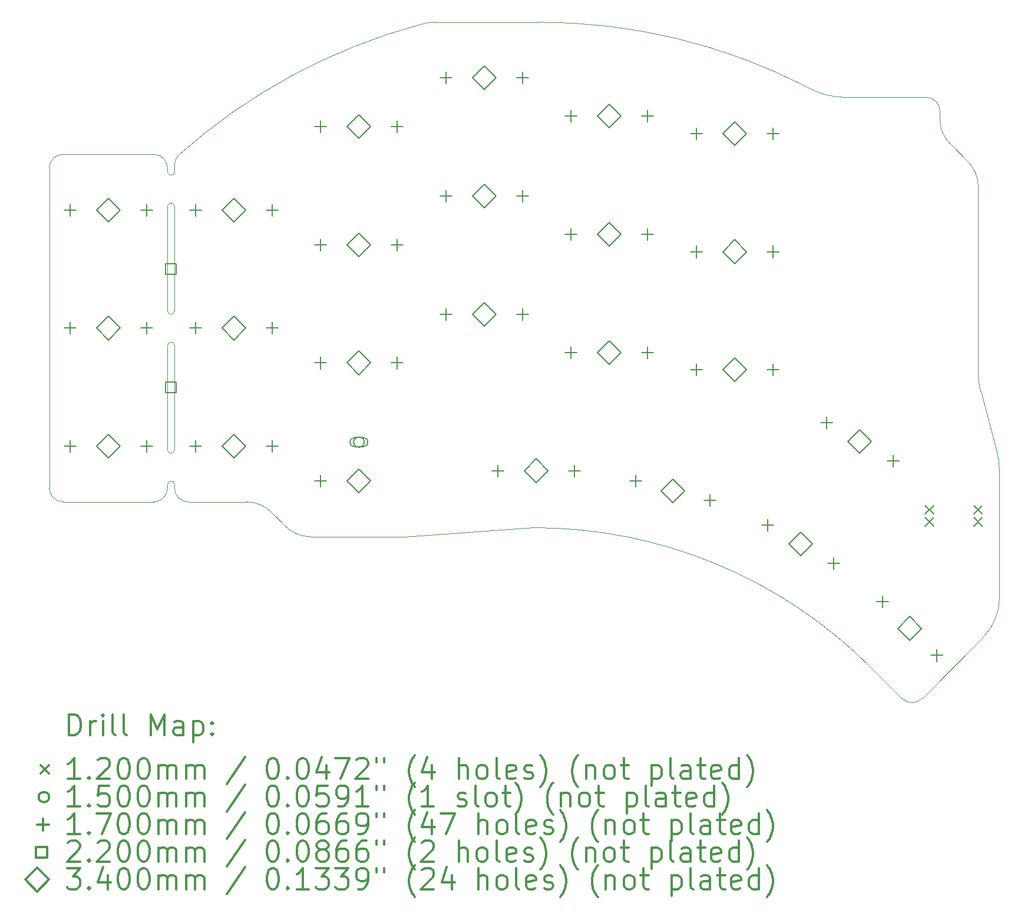
<source format=gbr>
%FSLAX45Y45*%
G04 Gerber Fmt 4.5, Leading zero omitted, Abs format (unit mm)*
G04 Created by KiCad (PCBNEW (5.1.10-1-10_14)) date 2021-11-02 17:36:51*
%MOMM*%
%LPD*%
G01*
G04 APERTURE LIST*
%TA.AperFunction,Profile*%
%ADD10C,0.050000*%
%TD*%
%ADD11C,0.200000*%
%ADD12C,0.300000*%
G04 APERTURE END LIST*
D10*
X10850000Y-7900000D02*
X10850000Y-7850000D01*
X10850000Y-12450000D02*
X10850000Y-12400000D01*
X10950000Y-12400000D02*
X10950000Y-12450000D01*
X22567082Y-14601279D02*
G75*
G03*
X22805000Y-14030000I-570635J572832D01*
G01*
X20599000Y-6831210D02*
G75*
G02*
X20014000Y-6669000I-2194J1128079D01*
G01*
X14509870Y-5775907D02*
G75*
G02*
X14701000Y-5750000I191130J-692093D01*
G01*
X22769000Y-11937000D02*
G75*
G02*
X22804640Y-12197624I-964360J-264624D01*
G01*
X22535000Y-11061624D02*
G75*
G02*
X22499360Y-10801000I964360J264624D01*
G01*
X22535000Y-11061624D02*
X22769000Y-11937000D01*
X21950000Y-7031000D02*
X21950000Y-7147000D01*
X22096447Y-7500553D02*
X22353000Y-7757000D01*
X22096447Y-7500553D02*
G75*
G02*
X21950000Y-7147000I353553J353553D01*
G01*
X22499447Y-8110553D02*
G75*
G03*
X22353000Y-7757000I-500000J0D01*
G01*
X10950000Y-10400000D02*
X10950000Y-11900000D01*
X10850000Y-10400000D02*
G75*
G02*
X10950000Y-10400000I50000J0D01*
G01*
X22499360Y-10801000D02*
X22499447Y-8110553D01*
X14253000Y-13150000D02*
X16115000Y-13020812D01*
X9350000Y-12650000D02*
G75*
G02*
X9150000Y-12450000I0J200000D01*
G01*
X16115000Y-13020812D02*
G75*
G02*
X20950000Y-15025000I0J-6834188D01*
G01*
X12339553Y-12796447D02*
G75*
G03*
X11986000Y-12650000I-353553J-353553D01*
G01*
X12900000Y-13150000D02*
G75*
G02*
X12546447Y-13003553I0J500000D01*
G01*
X10850000Y-12400000D02*
G75*
G02*
X10950000Y-12400000I50000J0D01*
G01*
X21750000Y-6831000D02*
G75*
G02*
X21950000Y-7031000I0J-200000D01*
G01*
X10950469Y-7800000D02*
X10950000Y-7900000D01*
X10950469Y-7800000D02*
G75*
G02*
X10995149Y-7674166I199532J0D01*
G01*
X10650000Y-7650000D02*
G75*
G02*
X10850000Y-7850000I0J-200000D01*
G01*
X10950000Y-9900000D02*
G75*
G02*
X10850000Y-9900000I-50000J0D01*
G01*
X10850000Y-8400000D02*
G75*
G02*
X10950000Y-8400000I50000J0D01*
G01*
X10950000Y-7900000D02*
G75*
G02*
X10850000Y-7900000I-50000J0D01*
G01*
X10950000Y-11900000D02*
G75*
G02*
X10850000Y-11900000I-50000J0D01*
G01*
X10850000Y-12450000D02*
G75*
G02*
X10650000Y-12650000I-200000J0D01*
G01*
X9150000Y-7850000D02*
G75*
G02*
X9350000Y-7650000I200000J0D01*
G01*
X9150000Y-7850000D02*
X9150000Y-12450000D01*
X10650000Y-12650000D02*
X9350000Y-12650000D01*
X22805000Y-14030000D02*
X22804640Y-12197624D01*
X12900000Y-13150000D02*
X14253000Y-13150000D01*
X21691991Y-15476658D02*
G75*
G02*
X21407467Y-15480113I-143991J140658D01*
G01*
X22567082Y-14601279D02*
X21691991Y-15476658D01*
X20950000Y-15025000D02*
X21407467Y-15480113D01*
X11986000Y-12650000D02*
X11150000Y-12650000D01*
X11150000Y-12650000D02*
G75*
G02*
X10950000Y-12450000I0J200000D01*
G01*
X16200000Y-5749976D02*
X14701000Y-5750000D01*
X12339553Y-12796447D02*
X12546447Y-13003553D01*
X20599000Y-6831210D02*
X21750000Y-6831000D01*
X10850000Y-11900000D02*
X10850000Y-10400000D01*
X10950000Y-8400000D02*
X10950000Y-9900000D01*
X10850000Y-9900000D02*
X10850000Y-8400000D01*
X10995149Y-7674166D02*
G75*
G02*
X14509870Y-5775907I5703597J-6357520D01*
G01*
X16200000Y-5749976D02*
G75*
G02*
X20014000Y-6669000I0J-8373667D01*
G01*
X10650000Y-7650000D02*
X9350000Y-7650000D01*
D11*
X21738000Y-12701000D02*
X21858000Y-12821000D01*
X21858000Y-12701000D02*
X21738000Y-12821000D01*
X21738000Y-12876000D02*
X21858000Y-12996000D01*
X21858000Y-12876000D02*
X21738000Y-12996000D01*
X22438000Y-12701000D02*
X22558000Y-12821000D01*
X22558000Y-12701000D02*
X22438000Y-12821000D01*
X22438000Y-12876000D02*
X22558000Y-12996000D01*
X22558000Y-12876000D02*
X22438000Y-12996000D01*
X13675000Y-11790000D02*
G75*
G03*
X13675000Y-11790000I-75000J0D01*
G01*
X13665000Y-11725000D02*
X13535000Y-11725000D01*
X13665000Y-11855000D02*
X13535000Y-11855000D01*
X13535000Y-11725000D02*
G75*
G03*
X13535000Y-11855000I0J-65000D01*
G01*
X13665000Y-11855000D02*
G75*
G03*
X13665000Y-11725000I0J65000D01*
G01*
X9450000Y-8365000D02*
X9450000Y-8535000D01*
X9365000Y-8450000D02*
X9535000Y-8450000D01*
X9450000Y-10065000D02*
X9450000Y-10235000D01*
X9365000Y-10150000D02*
X9535000Y-10150000D01*
X9450000Y-11765000D02*
X9450000Y-11935000D01*
X9365000Y-11850000D02*
X9535000Y-11850000D01*
X10550000Y-8365000D02*
X10550000Y-8535000D01*
X10465000Y-8450000D02*
X10635000Y-8450000D01*
X10550000Y-10065000D02*
X10550000Y-10235000D01*
X10465000Y-10150000D02*
X10635000Y-10150000D01*
X10550000Y-11765000D02*
X10550000Y-11935000D01*
X10465000Y-11850000D02*
X10635000Y-11850000D01*
X11250000Y-8365000D02*
X11250000Y-8535000D01*
X11165000Y-8450000D02*
X11335000Y-8450000D01*
X11250000Y-10065000D02*
X11250000Y-10235000D01*
X11165000Y-10150000D02*
X11335000Y-10150000D01*
X11250000Y-11765000D02*
X11250000Y-11935000D01*
X11165000Y-11850000D02*
X11335000Y-11850000D01*
X12350000Y-8365000D02*
X12350000Y-8535000D01*
X12265000Y-8450000D02*
X12435000Y-8450000D01*
X12350000Y-10065000D02*
X12350000Y-10235000D01*
X12265000Y-10150000D02*
X12435000Y-10150000D01*
X12350000Y-11765000D02*
X12350000Y-11935000D01*
X12265000Y-11850000D02*
X12435000Y-11850000D01*
X13050000Y-7165000D02*
X13050000Y-7335000D01*
X12965000Y-7250000D02*
X13135000Y-7250000D01*
X13050000Y-8865000D02*
X13050000Y-9035000D01*
X12965000Y-8950000D02*
X13135000Y-8950000D01*
X13050000Y-10565000D02*
X13050000Y-10735000D01*
X12965000Y-10650000D02*
X13135000Y-10650000D01*
X13050000Y-12265000D02*
X13050000Y-12435000D01*
X12965000Y-12350000D02*
X13135000Y-12350000D01*
X14150000Y-7165000D02*
X14150000Y-7335000D01*
X14065000Y-7250000D02*
X14235000Y-7250000D01*
X14150000Y-8865000D02*
X14150000Y-9035000D01*
X14065000Y-8950000D02*
X14235000Y-8950000D01*
X14150000Y-10565000D02*
X14150000Y-10735000D01*
X14065000Y-10650000D02*
X14235000Y-10650000D01*
X14850000Y-6465000D02*
X14850000Y-6635000D01*
X14765000Y-6550000D02*
X14935000Y-6550000D01*
X14850000Y-8165000D02*
X14850000Y-8335000D01*
X14765000Y-8250000D02*
X14935000Y-8250000D01*
X14850000Y-9865000D02*
X14850000Y-10035000D01*
X14765000Y-9950000D02*
X14935000Y-9950000D01*
X15600000Y-12115000D02*
X15600000Y-12285000D01*
X15515000Y-12200000D02*
X15685000Y-12200000D01*
X15950000Y-6465000D02*
X15950000Y-6635000D01*
X15865000Y-6550000D02*
X16035000Y-6550000D01*
X15950000Y-8165000D02*
X15950000Y-8335000D01*
X15865000Y-8250000D02*
X16035000Y-8250000D01*
X15950000Y-9865000D02*
X15950000Y-10035000D01*
X15865000Y-9950000D02*
X16035000Y-9950000D01*
X16650000Y-7015000D02*
X16650000Y-7185000D01*
X16565000Y-7100000D02*
X16735000Y-7100000D01*
X16650000Y-8715000D02*
X16650000Y-8885000D01*
X16565000Y-8800000D02*
X16735000Y-8800000D01*
X16650000Y-10415000D02*
X16650000Y-10585000D01*
X16565000Y-10500000D02*
X16735000Y-10500000D01*
X16700000Y-12115000D02*
X16700000Y-12285000D01*
X16615000Y-12200000D02*
X16785000Y-12200000D01*
X17579741Y-12261316D02*
X17579741Y-12431316D01*
X17494741Y-12346316D02*
X17664741Y-12346316D01*
X17750000Y-7015000D02*
X17750000Y-7185000D01*
X17665000Y-7100000D02*
X17835000Y-7100000D01*
X17750000Y-8715000D02*
X17750000Y-8885000D01*
X17665000Y-8800000D02*
X17835000Y-8800000D01*
X17750000Y-10415000D02*
X17750000Y-10585000D01*
X17665000Y-10500000D02*
X17835000Y-10500000D01*
X18450000Y-7265000D02*
X18450000Y-7435000D01*
X18365000Y-7350000D02*
X18535000Y-7350000D01*
X18450000Y-8965000D02*
X18450000Y-9135000D01*
X18365000Y-9050000D02*
X18535000Y-9050000D01*
X18450000Y-10665000D02*
X18450000Y-10835000D01*
X18365000Y-10750000D02*
X18535000Y-10750000D01*
X18642259Y-12546017D02*
X18642259Y-12716017D01*
X18557259Y-12631017D02*
X18727259Y-12631017D01*
X19471514Y-12894992D02*
X19471514Y-13064992D01*
X19386514Y-12979992D02*
X19556514Y-12979992D01*
X19550000Y-7265000D02*
X19550000Y-7435000D01*
X19465000Y-7350000D02*
X19635000Y-7350000D01*
X19550000Y-8965000D02*
X19550000Y-9135000D01*
X19465000Y-9050000D02*
X19635000Y-9050000D01*
X19550000Y-10665000D02*
X19550000Y-10835000D01*
X19465000Y-10750000D02*
X19635000Y-10750000D01*
X20321514Y-11422749D02*
X20321514Y-11592749D01*
X20236514Y-11507749D02*
X20406514Y-11507749D01*
X20424142Y-13444992D02*
X20424142Y-13614992D01*
X20339142Y-13529992D02*
X20509142Y-13529992D01*
X21125126Y-13995216D02*
X21125126Y-14165216D01*
X21040126Y-14080216D02*
X21210126Y-14080216D01*
X21274142Y-11972749D02*
X21274142Y-12142749D01*
X21189142Y-12057749D02*
X21359142Y-12057749D01*
X21902944Y-14773033D02*
X21902944Y-14943033D01*
X21817944Y-14858033D02*
X21987944Y-14858033D01*
X10977783Y-9377783D02*
X10977783Y-9222218D01*
X10822218Y-9222218D01*
X10822218Y-9377783D01*
X10977783Y-9377783D01*
X10977783Y-11077783D02*
X10977783Y-10922218D01*
X10822218Y-10922218D01*
X10822218Y-11077783D01*
X10977783Y-11077783D01*
X10000000Y-8620000D02*
X10170000Y-8450000D01*
X10000000Y-8280000D01*
X9830000Y-8450000D01*
X10000000Y-8620000D01*
X10000000Y-10320000D02*
X10170000Y-10150000D01*
X10000000Y-9980000D01*
X9830000Y-10150000D01*
X10000000Y-10320000D01*
X10000000Y-12020000D02*
X10170000Y-11850000D01*
X10000000Y-11680000D01*
X9830000Y-11850000D01*
X10000000Y-12020000D01*
X11800000Y-8620000D02*
X11970000Y-8450000D01*
X11800000Y-8280000D01*
X11630000Y-8450000D01*
X11800000Y-8620000D01*
X11800000Y-10320000D02*
X11970000Y-10150000D01*
X11800000Y-9980000D01*
X11630000Y-10150000D01*
X11800000Y-10320000D01*
X11800000Y-12020000D02*
X11970000Y-11850000D01*
X11800000Y-11680000D01*
X11630000Y-11850000D01*
X11800000Y-12020000D01*
X13600000Y-7420000D02*
X13770000Y-7250000D01*
X13600000Y-7080000D01*
X13430000Y-7250000D01*
X13600000Y-7420000D01*
X13600000Y-9120000D02*
X13770000Y-8950000D01*
X13600000Y-8780000D01*
X13430000Y-8950000D01*
X13600000Y-9120000D01*
X13600000Y-10820000D02*
X13770000Y-10650000D01*
X13600000Y-10480000D01*
X13430000Y-10650000D01*
X13600000Y-10820000D01*
X13600000Y-12520000D02*
X13770000Y-12350000D01*
X13600000Y-12180000D01*
X13430000Y-12350000D01*
X13600000Y-12520000D01*
X15400000Y-6720000D02*
X15570000Y-6550000D01*
X15400000Y-6380000D01*
X15230000Y-6550000D01*
X15400000Y-6720000D01*
X15400000Y-8420000D02*
X15570000Y-8250000D01*
X15400000Y-8080000D01*
X15230000Y-8250000D01*
X15400000Y-8420000D01*
X15400000Y-10120000D02*
X15570000Y-9950000D01*
X15400000Y-9780000D01*
X15230000Y-9950000D01*
X15400000Y-10120000D01*
X16150000Y-12370000D02*
X16320000Y-12200000D01*
X16150000Y-12030000D01*
X15980000Y-12200000D01*
X16150000Y-12370000D01*
X17200000Y-7270000D02*
X17370000Y-7100000D01*
X17200000Y-6930000D01*
X17030000Y-7100000D01*
X17200000Y-7270000D01*
X17200000Y-8970000D02*
X17370000Y-8800000D01*
X17200000Y-8630000D01*
X17030000Y-8800000D01*
X17200000Y-8970000D01*
X17200000Y-10670000D02*
X17370000Y-10500000D01*
X17200000Y-10330000D01*
X17030000Y-10500000D01*
X17200000Y-10670000D01*
X18111000Y-12658667D02*
X18281000Y-12488667D01*
X18111000Y-12318667D01*
X17941000Y-12488667D01*
X18111000Y-12658667D01*
X19000000Y-7520000D02*
X19170000Y-7350000D01*
X19000000Y-7180000D01*
X18830000Y-7350000D01*
X19000000Y-7520000D01*
X19000000Y-9220000D02*
X19170000Y-9050000D01*
X19000000Y-8880000D01*
X18830000Y-9050000D01*
X19000000Y-9220000D01*
X19000000Y-10920000D02*
X19170000Y-10750000D01*
X19000000Y-10580000D01*
X18830000Y-10750000D01*
X19000000Y-10920000D01*
X19947828Y-13424992D02*
X20117828Y-13254992D01*
X19947828Y-13084992D01*
X19777828Y-13254992D01*
X19947828Y-13424992D01*
X20797828Y-11952749D02*
X20967828Y-11782749D01*
X20797828Y-11612749D01*
X20627828Y-11782749D01*
X20797828Y-11952749D01*
X21514035Y-14639125D02*
X21684035Y-14469125D01*
X21514035Y-14299125D01*
X21344035Y-14469125D01*
X21514035Y-14639125D01*
D12*
X9433928Y-16005505D02*
X9433928Y-15705505D01*
X9505357Y-15705505D01*
X9548214Y-15719791D01*
X9576786Y-15748362D01*
X9591071Y-15776934D01*
X9605357Y-15834077D01*
X9605357Y-15876934D01*
X9591071Y-15934077D01*
X9576786Y-15962648D01*
X9548214Y-15991220D01*
X9505357Y-16005505D01*
X9433928Y-16005505D01*
X9733928Y-16005505D02*
X9733928Y-15805505D01*
X9733928Y-15862648D02*
X9748214Y-15834077D01*
X9762500Y-15819791D01*
X9791071Y-15805505D01*
X9819643Y-15805505D01*
X9919643Y-16005505D02*
X9919643Y-15805505D01*
X9919643Y-15705505D02*
X9905357Y-15719791D01*
X9919643Y-15734077D01*
X9933928Y-15719791D01*
X9919643Y-15705505D01*
X9919643Y-15734077D01*
X10105357Y-16005505D02*
X10076786Y-15991220D01*
X10062500Y-15962648D01*
X10062500Y-15705505D01*
X10262500Y-16005505D02*
X10233928Y-15991220D01*
X10219643Y-15962648D01*
X10219643Y-15705505D01*
X10605357Y-16005505D02*
X10605357Y-15705505D01*
X10705357Y-15919791D01*
X10805357Y-15705505D01*
X10805357Y-16005505D01*
X11076786Y-16005505D02*
X11076786Y-15848362D01*
X11062500Y-15819791D01*
X11033928Y-15805505D01*
X10976786Y-15805505D01*
X10948214Y-15819791D01*
X11076786Y-15991220D02*
X11048214Y-16005505D01*
X10976786Y-16005505D01*
X10948214Y-15991220D01*
X10933928Y-15962648D01*
X10933928Y-15934077D01*
X10948214Y-15905505D01*
X10976786Y-15891220D01*
X11048214Y-15891220D01*
X11076786Y-15876934D01*
X11219643Y-15805505D02*
X11219643Y-16105505D01*
X11219643Y-15819791D02*
X11248214Y-15805505D01*
X11305357Y-15805505D01*
X11333928Y-15819791D01*
X11348214Y-15834077D01*
X11362500Y-15862648D01*
X11362500Y-15948362D01*
X11348214Y-15976934D01*
X11333928Y-15991220D01*
X11305357Y-16005505D01*
X11248214Y-16005505D01*
X11219643Y-15991220D01*
X11491071Y-15976934D02*
X11505357Y-15991220D01*
X11491071Y-16005505D01*
X11476786Y-15991220D01*
X11491071Y-15976934D01*
X11491071Y-16005505D01*
X11491071Y-15819791D02*
X11505357Y-15834077D01*
X11491071Y-15848362D01*
X11476786Y-15834077D01*
X11491071Y-15819791D01*
X11491071Y-15848362D01*
X9027500Y-16439791D02*
X9147500Y-16559791D01*
X9147500Y-16439791D02*
X9027500Y-16559791D01*
X9591071Y-16635505D02*
X9419643Y-16635505D01*
X9505357Y-16635505D02*
X9505357Y-16335505D01*
X9476786Y-16378362D01*
X9448214Y-16406934D01*
X9419643Y-16421220D01*
X9719643Y-16606934D02*
X9733928Y-16621220D01*
X9719643Y-16635505D01*
X9705357Y-16621220D01*
X9719643Y-16606934D01*
X9719643Y-16635505D01*
X9848214Y-16364077D02*
X9862500Y-16349791D01*
X9891071Y-16335505D01*
X9962500Y-16335505D01*
X9991071Y-16349791D01*
X10005357Y-16364077D01*
X10019643Y-16392648D01*
X10019643Y-16421220D01*
X10005357Y-16464077D01*
X9833928Y-16635505D01*
X10019643Y-16635505D01*
X10205357Y-16335505D02*
X10233928Y-16335505D01*
X10262500Y-16349791D01*
X10276786Y-16364077D01*
X10291071Y-16392648D01*
X10305357Y-16449791D01*
X10305357Y-16521220D01*
X10291071Y-16578362D01*
X10276786Y-16606934D01*
X10262500Y-16621220D01*
X10233928Y-16635505D01*
X10205357Y-16635505D01*
X10176786Y-16621220D01*
X10162500Y-16606934D01*
X10148214Y-16578362D01*
X10133928Y-16521220D01*
X10133928Y-16449791D01*
X10148214Y-16392648D01*
X10162500Y-16364077D01*
X10176786Y-16349791D01*
X10205357Y-16335505D01*
X10491071Y-16335505D02*
X10519643Y-16335505D01*
X10548214Y-16349791D01*
X10562500Y-16364077D01*
X10576786Y-16392648D01*
X10591071Y-16449791D01*
X10591071Y-16521220D01*
X10576786Y-16578362D01*
X10562500Y-16606934D01*
X10548214Y-16621220D01*
X10519643Y-16635505D01*
X10491071Y-16635505D01*
X10462500Y-16621220D01*
X10448214Y-16606934D01*
X10433928Y-16578362D01*
X10419643Y-16521220D01*
X10419643Y-16449791D01*
X10433928Y-16392648D01*
X10448214Y-16364077D01*
X10462500Y-16349791D01*
X10491071Y-16335505D01*
X10719643Y-16635505D02*
X10719643Y-16435505D01*
X10719643Y-16464077D02*
X10733928Y-16449791D01*
X10762500Y-16435505D01*
X10805357Y-16435505D01*
X10833928Y-16449791D01*
X10848214Y-16478362D01*
X10848214Y-16635505D01*
X10848214Y-16478362D02*
X10862500Y-16449791D01*
X10891071Y-16435505D01*
X10933928Y-16435505D01*
X10962500Y-16449791D01*
X10976786Y-16478362D01*
X10976786Y-16635505D01*
X11119643Y-16635505D02*
X11119643Y-16435505D01*
X11119643Y-16464077D02*
X11133928Y-16449791D01*
X11162500Y-16435505D01*
X11205357Y-16435505D01*
X11233928Y-16449791D01*
X11248214Y-16478362D01*
X11248214Y-16635505D01*
X11248214Y-16478362D02*
X11262500Y-16449791D01*
X11291071Y-16435505D01*
X11333928Y-16435505D01*
X11362500Y-16449791D01*
X11376786Y-16478362D01*
X11376786Y-16635505D01*
X11962500Y-16321220D02*
X11705357Y-16706934D01*
X12348214Y-16335505D02*
X12376786Y-16335505D01*
X12405357Y-16349791D01*
X12419643Y-16364077D01*
X12433928Y-16392648D01*
X12448214Y-16449791D01*
X12448214Y-16521220D01*
X12433928Y-16578362D01*
X12419643Y-16606934D01*
X12405357Y-16621220D01*
X12376786Y-16635505D01*
X12348214Y-16635505D01*
X12319643Y-16621220D01*
X12305357Y-16606934D01*
X12291071Y-16578362D01*
X12276786Y-16521220D01*
X12276786Y-16449791D01*
X12291071Y-16392648D01*
X12305357Y-16364077D01*
X12319643Y-16349791D01*
X12348214Y-16335505D01*
X12576786Y-16606934D02*
X12591071Y-16621220D01*
X12576786Y-16635505D01*
X12562500Y-16621220D01*
X12576786Y-16606934D01*
X12576786Y-16635505D01*
X12776786Y-16335505D02*
X12805357Y-16335505D01*
X12833928Y-16349791D01*
X12848214Y-16364077D01*
X12862500Y-16392648D01*
X12876786Y-16449791D01*
X12876786Y-16521220D01*
X12862500Y-16578362D01*
X12848214Y-16606934D01*
X12833928Y-16621220D01*
X12805357Y-16635505D01*
X12776786Y-16635505D01*
X12748214Y-16621220D01*
X12733928Y-16606934D01*
X12719643Y-16578362D01*
X12705357Y-16521220D01*
X12705357Y-16449791D01*
X12719643Y-16392648D01*
X12733928Y-16364077D01*
X12748214Y-16349791D01*
X12776786Y-16335505D01*
X13133928Y-16435505D02*
X13133928Y-16635505D01*
X13062500Y-16321220D02*
X12991071Y-16535505D01*
X13176786Y-16535505D01*
X13262500Y-16335505D02*
X13462500Y-16335505D01*
X13333928Y-16635505D01*
X13562500Y-16364077D02*
X13576786Y-16349791D01*
X13605357Y-16335505D01*
X13676786Y-16335505D01*
X13705357Y-16349791D01*
X13719643Y-16364077D01*
X13733928Y-16392648D01*
X13733928Y-16421220D01*
X13719643Y-16464077D01*
X13548214Y-16635505D01*
X13733928Y-16635505D01*
X13848214Y-16335505D02*
X13848214Y-16392648D01*
X13962500Y-16335505D02*
X13962500Y-16392648D01*
X14405357Y-16749791D02*
X14391071Y-16735505D01*
X14362500Y-16692648D01*
X14348214Y-16664077D01*
X14333928Y-16621220D01*
X14319643Y-16549791D01*
X14319643Y-16492648D01*
X14333928Y-16421220D01*
X14348214Y-16378362D01*
X14362500Y-16349791D01*
X14391071Y-16306934D01*
X14405357Y-16292648D01*
X14648214Y-16435505D02*
X14648214Y-16635505D01*
X14576786Y-16321220D02*
X14505357Y-16535505D01*
X14691071Y-16535505D01*
X15033928Y-16635505D02*
X15033928Y-16335505D01*
X15162500Y-16635505D02*
X15162500Y-16478362D01*
X15148214Y-16449791D01*
X15119643Y-16435505D01*
X15076786Y-16435505D01*
X15048214Y-16449791D01*
X15033928Y-16464077D01*
X15348214Y-16635505D02*
X15319643Y-16621220D01*
X15305357Y-16606934D01*
X15291071Y-16578362D01*
X15291071Y-16492648D01*
X15305357Y-16464077D01*
X15319643Y-16449791D01*
X15348214Y-16435505D01*
X15391071Y-16435505D01*
X15419643Y-16449791D01*
X15433928Y-16464077D01*
X15448214Y-16492648D01*
X15448214Y-16578362D01*
X15433928Y-16606934D01*
X15419643Y-16621220D01*
X15391071Y-16635505D01*
X15348214Y-16635505D01*
X15619643Y-16635505D02*
X15591071Y-16621220D01*
X15576786Y-16592648D01*
X15576786Y-16335505D01*
X15848214Y-16621220D02*
X15819643Y-16635505D01*
X15762500Y-16635505D01*
X15733928Y-16621220D01*
X15719643Y-16592648D01*
X15719643Y-16478362D01*
X15733928Y-16449791D01*
X15762500Y-16435505D01*
X15819643Y-16435505D01*
X15848214Y-16449791D01*
X15862500Y-16478362D01*
X15862500Y-16506934D01*
X15719643Y-16535505D01*
X15976786Y-16621220D02*
X16005357Y-16635505D01*
X16062500Y-16635505D01*
X16091071Y-16621220D01*
X16105357Y-16592648D01*
X16105357Y-16578362D01*
X16091071Y-16549791D01*
X16062500Y-16535505D01*
X16019643Y-16535505D01*
X15991071Y-16521220D01*
X15976786Y-16492648D01*
X15976786Y-16478362D01*
X15991071Y-16449791D01*
X16019643Y-16435505D01*
X16062500Y-16435505D01*
X16091071Y-16449791D01*
X16205357Y-16749791D02*
X16219643Y-16735505D01*
X16248214Y-16692648D01*
X16262500Y-16664077D01*
X16276786Y-16621220D01*
X16291071Y-16549791D01*
X16291071Y-16492648D01*
X16276786Y-16421220D01*
X16262500Y-16378362D01*
X16248214Y-16349791D01*
X16219643Y-16306934D01*
X16205357Y-16292648D01*
X16748214Y-16749791D02*
X16733928Y-16735505D01*
X16705357Y-16692648D01*
X16691071Y-16664077D01*
X16676786Y-16621220D01*
X16662500Y-16549791D01*
X16662500Y-16492648D01*
X16676786Y-16421220D01*
X16691071Y-16378362D01*
X16705357Y-16349791D01*
X16733928Y-16306934D01*
X16748214Y-16292648D01*
X16862500Y-16435505D02*
X16862500Y-16635505D01*
X16862500Y-16464077D02*
X16876786Y-16449791D01*
X16905357Y-16435505D01*
X16948214Y-16435505D01*
X16976786Y-16449791D01*
X16991071Y-16478362D01*
X16991071Y-16635505D01*
X17176786Y-16635505D02*
X17148214Y-16621220D01*
X17133928Y-16606934D01*
X17119643Y-16578362D01*
X17119643Y-16492648D01*
X17133928Y-16464077D01*
X17148214Y-16449791D01*
X17176786Y-16435505D01*
X17219643Y-16435505D01*
X17248214Y-16449791D01*
X17262500Y-16464077D01*
X17276786Y-16492648D01*
X17276786Y-16578362D01*
X17262500Y-16606934D01*
X17248214Y-16621220D01*
X17219643Y-16635505D01*
X17176786Y-16635505D01*
X17362500Y-16435505D02*
X17476786Y-16435505D01*
X17405357Y-16335505D02*
X17405357Y-16592648D01*
X17419643Y-16621220D01*
X17448214Y-16635505D01*
X17476786Y-16635505D01*
X17805357Y-16435505D02*
X17805357Y-16735505D01*
X17805357Y-16449791D02*
X17833928Y-16435505D01*
X17891071Y-16435505D01*
X17919643Y-16449791D01*
X17933928Y-16464077D01*
X17948214Y-16492648D01*
X17948214Y-16578362D01*
X17933928Y-16606934D01*
X17919643Y-16621220D01*
X17891071Y-16635505D01*
X17833928Y-16635505D01*
X17805357Y-16621220D01*
X18119643Y-16635505D02*
X18091071Y-16621220D01*
X18076786Y-16592648D01*
X18076786Y-16335505D01*
X18362500Y-16635505D02*
X18362500Y-16478362D01*
X18348214Y-16449791D01*
X18319643Y-16435505D01*
X18262500Y-16435505D01*
X18233928Y-16449791D01*
X18362500Y-16621220D02*
X18333928Y-16635505D01*
X18262500Y-16635505D01*
X18233928Y-16621220D01*
X18219643Y-16592648D01*
X18219643Y-16564077D01*
X18233928Y-16535505D01*
X18262500Y-16521220D01*
X18333928Y-16521220D01*
X18362500Y-16506934D01*
X18462500Y-16435505D02*
X18576786Y-16435505D01*
X18505357Y-16335505D02*
X18505357Y-16592648D01*
X18519643Y-16621220D01*
X18548214Y-16635505D01*
X18576786Y-16635505D01*
X18791071Y-16621220D02*
X18762500Y-16635505D01*
X18705357Y-16635505D01*
X18676786Y-16621220D01*
X18662500Y-16592648D01*
X18662500Y-16478362D01*
X18676786Y-16449791D01*
X18705357Y-16435505D01*
X18762500Y-16435505D01*
X18791071Y-16449791D01*
X18805357Y-16478362D01*
X18805357Y-16506934D01*
X18662500Y-16535505D01*
X19062500Y-16635505D02*
X19062500Y-16335505D01*
X19062500Y-16621220D02*
X19033928Y-16635505D01*
X18976786Y-16635505D01*
X18948214Y-16621220D01*
X18933928Y-16606934D01*
X18919643Y-16578362D01*
X18919643Y-16492648D01*
X18933928Y-16464077D01*
X18948214Y-16449791D01*
X18976786Y-16435505D01*
X19033928Y-16435505D01*
X19062500Y-16449791D01*
X19176786Y-16749791D02*
X19191071Y-16735505D01*
X19219643Y-16692648D01*
X19233928Y-16664077D01*
X19248214Y-16621220D01*
X19262500Y-16549791D01*
X19262500Y-16492648D01*
X19248214Y-16421220D01*
X19233928Y-16378362D01*
X19219643Y-16349791D01*
X19191071Y-16306934D01*
X19176786Y-16292648D01*
X9147500Y-16895791D02*
G75*
G03*
X9147500Y-16895791I-75000J0D01*
G01*
X9591071Y-17031505D02*
X9419643Y-17031505D01*
X9505357Y-17031505D02*
X9505357Y-16731505D01*
X9476786Y-16774362D01*
X9448214Y-16802934D01*
X9419643Y-16817220D01*
X9719643Y-17002934D02*
X9733928Y-17017220D01*
X9719643Y-17031505D01*
X9705357Y-17017220D01*
X9719643Y-17002934D01*
X9719643Y-17031505D01*
X10005357Y-16731505D02*
X9862500Y-16731505D01*
X9848214Y-16874363D01*
X9862500Y-16860077D01*
X9891071Y-16845791D01*
X9962500Y-16845791D01*
X9991071Y-16860077D01*
X10005357Y-16874363D01*
X10019643Y-16902934D01*
X10019643Y-16974363D01*
X10005357Y-17002934D01*
X9991071Y-17017220D01*
X9962500Y-17031505D01*
X9891071Y-17031505D01*
X9862500Y-17017220D01*
X9848214Y-17002934D01*
X10205357Y-16731505D02*
X10233928Y-16731505D01*
X10262500Y-16745791D01*
X10276786Y-16760077D01*
X10291071Y-16788648D01*
X10305357Y-16845791D01*
X10305357Y-16917220D01*
X10291071Y-16974363D01*
X10276786Y-17002934D01*
X10262500Y-17017220D01*
X10233928Y-17031505D01*
X10205357Y-17031505D01*
X10176786Y-17017220D01*
X10162500Y-17002934D01*
X10148214Y-16974363D01*
X10133928Y-16917220D01*
X10133928Y-16845791D01*
X10148214Y-16788648D01*
X10162500Y-16760077D01*
X10176786Y-16745791D01*
X10205357Y-16731505D01*
X10491071Y-16731505D02*
X10519643Y-16731505D01*
X10548214Y-16745791D01*
X10562500Y-16760077D01*
X10576786Y-16788648D01*
X10591071Y-16845791D01*
X10591071Y-16917220D01*
X10576786Y-16974363D01*
X10562500Y-17002934D01*
X10548214Y-17017220D01*
X10519643Y-17031505D01*
X10491071Y-17031505D01*
X10462500Y-17017220D01*
X10448214Y-17002934D01*
X10433928Y-16974363D01*
X10419643Y-16917220D01*
X10419643Y-16845791D01*
X10433928Y-16788648D01*
X10448214Y-16760077D01*
X10462500Y-16745791D01*
X10491071Y-16731505D01*
X10719643Y-17031505D02*
X10719643Y-16831505D01*
X10719643Y-16860077D02*
X10733928Y-16845791D01*
X10762500Y-16831505D01*
X10805357Y-16831505D01*
X10833928Y-16845791D01*
X10848214Y-16874363D01*
X10848214Y-17031505D01*
X10848214Y-16874363D02*
X10862500Y-16845791D01*
X10891071Y-16831505D01*
X10933928Y-16831505D01*
X10962500Y-16845791D01*
X10976786Y-16874363D01*
X10976786Y-17031505D01*
X11119643Y-17031505D02*
X11119643Y-16831505D01*
X11119643Y-16860077D02*
X11133928Y-16845791D01*
X11162500Y-16831505D01*
X11205357Y-16831505D01*
X11233928Y-16845791D01*
X11248214Y-16874363D01*
X11248214Y-17031505D01*
X11248214Y-16874363D02*
X11262500Y-16845791D01*
X11291071Y-16831505D01*
X11333928Y-16831505D01*
X11362500Y-16845791D01*
X11376786Y-16874363D01*
X11376786Y-17031505D01*
X11962500Y-16717220D02*
X11705357Y-17102934D01*
X12348214Y-16731505D02*
X12376786Y-16731505D01*
X12405357Y-16745791D01*
X12419643Y-16760077D01*
X12433928Y-16788648D01*
X12448214Y-16845791D01*
X12448214Y-16917220D01*
X12433928Y-16974363D01*
X12419643Y-17002934D01*
X12405357Y-17017220D01*
X12376786Y-17031505D01*
X12348214Y-17031505D01*
X12319643Y-17017220D01*
X12305357Y-17002934D01*
X12291071Y-16974363D01*
X12276786Y-16917220D01*
X12276786Y-16845791D01*
X12291071Y-16788648D01*
X12305357Y-16760077D01*
X12319643Y-16745791D01*
X12348214Y-16731505D01*
X12576786Y-17002934D02*
X12591071Y-17017220D01*
X12576786Y-17031505D01*
X12562500Y-17017220D01*
X12576786Y-17002934D01*
X12576786Y-17031505D01*
X12776786Y-16731505D02*
X12805357Y-16731505D01*
X12833928Y-16745791D01*
X12848214Y-16760077D01*
X12862500Y-16788648D01*
X12876786Y-16845791D01*
X12876786Y-16917220D01*
X12862500Y-16974363D01*
X12848214Y-17002934D01*
X12833928Y-17017220D01*
X12805357Y-17031505D01*
X12776786Y-17031505D01*
X12748214Y-17017220D01*
X12733928Y-17002934D01*
X12719643Y-16974363D01*
X12705357Y-16917220D01*
X12705357Y-16845791D01*
X12719643Y-16788648D01*
X12733928Y-16760077D01*
X12748214Y-16745791D01*
X12776786Y-16731505D01*
X13148214Y-16731505D02*
X13005357Y-16731505D01*
X12991071Y-16874363D01*
X13005357Y-16860077D01*
X13033928Y-16845791D01*
X13105357Y-16845791D01*
X13133928Y-16860077D01*
X13148214Y-16874363D01*
X13162500Y-16902934D01*
X13162500Y-16974363D01*
X13148214Y-17002934D01*
X13133928Y-17017220D01*
X13105357Y-17031505D01*
X13033928Y-17031505D01*
X13005357Y-17017220D01*
X12991071Y-17002934D01*
X13305357Y-17031505D02*
X13362500Y-17031505D01*
X13391071Y-17017220D01*
X13405357Y-17002934D01*
X13433928Y-16960077D01*
X13448214Y-16902934D01*
X13448214Y-16788648D01*
X13433928Y-16760077D01*
X13419643Y-16745791D01*
X13391071Y-16731505D01*
X13333928Y-16731505D01*
X13305357Y-16745791D01*
X13291071Y-16760077D01*
X13276786Y-16788648D01*
X13276786Y-16860077D01*
X13291071Y-16888648D01*
X13305357Y-16902934D01*
X13333928Y-16917220D01*
X13391071Y-16917220D01*
X13419643Y-16902934D01*
X13433928Y-16888648D01*
X13448214Y-16860077D01*
X13733928Y-17031505D02*
X13562500Y-17031505D01*
X13648214Y-17031505D02*
X13648214Y-16731505D01*
X13619643Y-16774362D01*
X13591071Y-16802934D01*
X13562500Y-16817220D01*
X13848214Y-16731505D02*
X13848214Y-16788648D01*
X13962500Y-16731505D02*
X13962500Y-16788648D01*
X14405357Y-17145791D02*
X14391071Y-17131505D01*
X14362500Y-17088648D01*
X14348214Y-17060077D01*
X14333928Y-17017220D01*
X14319643Y-16945791D01*
X14319643Y-16888648D01*
X14333928Y-16817220D01*
X14348214Y-16774362D01*
X14362500Y-16745791D01*
X14391071Y-16702934D01*
X14405357Y-16688648D01*
X14676786Y-17031505D02*
X14505357Y-17031505D01*
X14591071Y-17031505D02*
X14591071Y-16731505D01*
X14562500Y-16774362D01*
X14533928Y-16802934D01*
X14505357Y-16817220D01*
X15019643Y-17017220D02*
X15048214Y-17031505D01*
X15105357Y-17031505D01*
X15133928Y-17017220D01*
X15148214Y-16988648D01*
X15148214Y-16974363D01*
X15133928Y-16945791D01*
X15105357Y-16931505D01*
X15062500Y-16931505D01*
X15033928Y-16917220D01*
X15019643Y-16888648D01*
X15019643Y-16874363D01*
X15033928Y-16845791D01*
X15062500Y-16831505D01*
X15105357Y-16831505D01*
X15133928Y-16845791D01*
X15319643Y-17031505D02*
X15291071Y-17017220D01*
X15276786Y-16988648D01*
X15276786Y-16731505D01*
X15476786Y-17031505D02*
X15448214Y-17017220D01*
X15433928Y-17002934D01*
X15419643Y-16974363D01*
X15419643Y-16888648D01*
X15433928Y-16860077D01*
X15448214Y-16845791D01*
X15476786Y-16831505D01*
X15519643Y-16831505D01*
X15548214Y-16845791D01*
X15562500Y-16860077D01*
X15576786Y-16888648D01*
X15576786Y-16974363D01*
X15562500Y-17002934D01*
X15548214Y-17017220D01*
X15519643Y-17031505D01*
X15476786Y-17031505D01*
X15662500Y-16831505D02*
X15776786Y-16831505D01*
X15705357Y-16731505D02*
X15705357Y-16988648D01*
X15719643Y-17017220D01*
X15748214Y-17031505D01*
X15776786Y-17031505D01*
X15848214Y-17145791D02*
X15862500Y-17131505D01*
X15891071Y-17088648D01*
X15905357Y-17060077D01*
X15919643Y-17017220D01*
X15933928Y-16945791D01*
X15933928Y-16888648D01*
X15919643Y-16817220D01*
X15905357Y-16774362D01*
X15891071Y-16745791D01*
X15862500Y-16702934D01*
X15848214Y-16688648D01*
X16391071Y-17145791D02*
X16376786Y-17131505D01*
X16348214Y-17088648D01*
X16333928Y-17060077D01*
X16319643Y-17017220D01*
X16305357Y-16945791D01*
X16305357Y-16888648D01*
X16319643Y-16817220D01*
X16333928Y-16774362D01*
X16348214Y-16745791D01*
X16376786Y-16702934D01*
X16391071Y-16688648D01*
X16505357Y-16831505D02*
X16505357Y-17031505D01*
X16505357Y-16860077D02*
X16519643Y-16845791D01*
X16548214Y-16831505D01*
X16591071Y-16831505D01*
X16619643Y-16845791D01*
X16633928Y-16874363D01*
X16633928Y-17031505D01*
X16819643Y-17031505D02*
X16791071Y-17017220D01*
X16776786Y-17002934D01*
X16762500Y-16974363D01*
X16762500Y-16888648D01*
X16776786Y-16860077D01*
X16791071Y-16845791D01*
X16819643Y-16831505D01*
X16862500Y-16831505D01*
X16891071Y-16845791D01*
X16905357Y-16860077D01*
X16919643Y-16888648D01*
X16919643Y-16974363D01*
X16905357Y-17002934D01*
X16891071Y-17017220D01*
X16862500Y-17031505D01*
X16819643Y-17031505D01*
X17005357Y-16831505D02*
X17119643Y-16831505D01*
X17048214Y-16731505D02*
X17048214Y-16988648D01*
X17062500Y-17017220D01*
X17091071Y-17031505D01*
X17119643Y-17031505D01*
X17448214Y-16831505D02*
X17448214Y-17131505D01*
X17448214Y-16845791D02*
X17476786Y-16831505D01*
X17533928Y-16831505D01*
X17562500Y-16845791D01*
X17576786Y-16860077D01*
X17591071Y-16888648D01*
X17591071Y-16974363D01*
X17576786Y-17002934D01*
X17562500Y-17017220D01*
X17533928Y-17031505D01*
X17476786Y-17031505D01*
X17448214Y-17017220D01*
X17762500Y-17031505D02*
X17733928Y-17017220D01*
X17719643Y-16988648D01*
X17719643Y-16731505D01*
X18005357Y-17031505D02*
X18005357Y-16874363D01*
X17991071Y-16845791D01*
X17962500Y-16831505D01*
X17905357Y-16831505D01*
X17876786Y-16845791D01*
X18005357Y-17017220D02*
X17976786Y-17031505D01*
X17905357Y-17031505D01*
X17876786Y-17017220D01*
X17862500Y-16988648D01*
X17862500Y-16960077D01*
X17876786Y-16931505D01*
X17905357Y-16917220D01*
X17976786Y-16917220D01*
X18005357Y-16902934D01*
X18105357Y-16831505D02*
X18219643Y-16831505D01*
X18148214Y-16731505D02*
X18148214Y-16988648D01*
X18162500Y-17017220D01*
X18191071Y-17031505D01*
X18219643Y-17031505D01*
X18433928Y-17017220D02*
X18405357Y-17031505D01*
X18348214Y-17031505D01*
X18319643Y-17017220D01*
X18305357Y-16988648D01*
X18305357Y-16874363D01*
X18319643Y-16845791D01*
X18348214Y-16831505D01*
X18405357Y-16831505D01*
X18433928Y-16845791D01*
X18448214Y-16874363D01*
X18448214Y-16902934D01*
X18305357Y-16931505D01*
X18705357Y-17031505D02*
X18705357Y-16731505D01*
X18705357Y-17017220D02*
X18676786Y-17031505D01*
X18619643Y-17031505D01*
X18591071Y-17017220D01*
X18576786Y-17002934D01*
X18562500Y-16974363D01*
X18562500Y-16888648D01*
X18576786Y-16860077D01*
X18591071Y-16845791D01*
X18619643Y-16831505D01*
X18676786Y-16831505D01*
X18705357Y-16845791D01*
X18819643Y-17145791D02*
X18833928Y-17131505D01*
X18862500Y-17088648D01*
X18876786Y-17060077D01*
X18891071Y-17017220D01*
X18905357Y-16945791D01*
X18905357Y-16888648D01*
X18891071Y-16817220D01*
X18876786Y-16774362D01*
X18862500Y-16745791D01*
X18833928Y-16702934D01*
X18819643Y-16688648D01*
X9062500Y-17206791D02*
X9062500Y-17376791D01*
X8977500Y-17291791D02*
X9147500Y-17291791D01*
X9591071Y-17427505D02*
X9419643Y-17427505D01*
X9505357Y-17427505D02*
X9505357Y-17127505D01*
X9476786Y-17170363D01*
X9448214Y-17198934D01*
X9419643Y-17213220D01*
X9719643Y-17398934D02*
X9733928Y-17413220D01*
X9719643Y-17427505D01*
X9705357Y-17413220D01*
X9719643Y-17398934D01*
X9719643Y-17427505D01*
X9833928Y-17127505D02*
X10033928Y-17127505D01*
X9905357Y-17427505D01*
X10205357Y-17127505D02*
X10233928Y-17127505D01*
X10262500Y-17141791D01*
X10276786Y-17156077D01*
X10291071Y-17184648D01*
X10305357Y-17241791D01*
X10305357Y-17313220D01*
X10291071Y-17370363D01*
X10276786Y-17398934D01*
X10262500Y-17413220D01*
X10233928Y-17427505D01*
X10205357Y-17427505D01*
X10176786Y-17413220D01*
X10162500Y-17398934D01*
X10148214Y-17370363D01*
X10133928Y-17313220D01*
X10133928Y-17241791D01*
X10148214Y-17184648D01*
X10162500Y-17156077D01*
X10176786Y-17141791D01*
X10205357Y-17127505D01*
X10491071Y-17127505D02*
X10519643Y-17127505D01*
X10548214Y-17141791D01*
X10562500Y-17156077D01*
X10576786Y-17184648D01*
X10591071Y-17241791D01*
X10591071Y-17313220D01*
X10576786Y-17370363D01*
X10562500Y-17398934D01*
X10548214Y-17413220D01*
X10519643Y-17427505D01*
X10491071Y-17427505D01*
X10462500Y-17413220D01*
X10448214Y-17398934D01*
X10433928Y-17370363D01*
X10419643Y-17313220D01*
X10419643Y-17241791D01*
X10433928Y-17184648D01*
X10448214Y-17156077D01*
X10462500Y-17141791D01*
X10491071Y-17127505D01*
X10719643Y-17427505D02*
X10719643Y-17227505D01*
X10719643Y-17256077D02*
X10733928Y-17241791D01*
X10762500Y-17227505D01*
X10805357Y-17227505D01*
X10833928Y-17241791D01*
X10848214Y-17270363D01*
X10848214Y-17427505D01*
X10848214Y-17270363D02*
X10862500Y-17241791D01*
X10891071Y-17227505D01*
X10933928Y-17227505D01*
X10962500Y-17241791D01*
X10976786Y-17270363D01*
X10976786Y-17427505D01*
X11119643Y-17427505D02*
X11119643Y-17227505D01*
X11119643Y-17256077D02*
X11133928Y-17241791D01*
X11162500Y-17227505D01*
X11205357Y-17227505D01*
X11233928Y-17241791D01*
X11248214Y-17270363D01*
X11248214Y-17427505D01*
X11248214Y-17270363D02*
X11262500Y-17241791D01*
X11291071Y-17227505D01*
X11333928Y-17227505D01*
X11362500Y-17241791D01*
X11376786Y-17270363D01*
X11376786Y-17427505D01*
X11962500Y-17113220D02*
X11705357Y-17498934D01*
X12348214Y-17127505D02*
X12376786Y-17127505D01*
X12405357Y-17141791D01*
X12419643Y-17156077D01*
X12433928Y-17184648D01*
X12448214Y-17241791D01*
X12448214Y-17313220D01*
X12433928Y-17370363D01*
X12419643Y-17398934D01*
X12405357Y-17413220D01*
X12376786Y-17427505D01*
X12348214Y-17427505D01*
X12319643Y-17413220D01*
X12305357Y-17398934D01*
X12291071Y-17370363D01*
X12276786Y-17313220D01*
X12276786Y-17241791D01*
X12291071Y-17184648D01*
X12305357Y-17156077D01*
X12319643Y-17141791D01*
X12348214Y-17127505D01*
X12576786Y-17398934D02*
X12591071Y-17413220D01*
X12576786Y-17427505D01*
X12562500Y-17413220D01*
X12576786Y-17398934D01*
X12576786Y-17427505D01*
X12776786Y-17127505D02*
X12805357Y-17127505D01*
X12833928Y-17141791D01*
X12848214Y-17156077D01*
X12862500Y-17184648D01*
X12876786Y-17241791D01*
X12876786Y-17313220D01*
X12862500Y-17370363D01*
X12848214Y-17398934D01*
X12833928Y-17413220D01*
X12805357Y-17427505D01*
X12776786Y-17427505D01*
X12748214Y-17413220D01*
X12733928Y-17398934D01*
X12719643Y-17370363D01*
X12705357Y-17313220D01*
X12705357Y-17241791D01*
X12719643Y-17184648D01*
X12733928Y-17156077D01*
X12748214Y-17141791D01*
X12776786Y-17127505D01*
X13133928Y-17127505D02*
X13076786Y-17127505D01*
X13048214Y-17141791D01*
X13033928Y-17156077D01*
X13005357Y-17198934D01*
X12991071Y-17256077D01*
X12991071Y-17370363D01*
X13005357Y-17398934D01*
X13019643Y-17413220D01*
X13048214Y-17427505D01*
X13105357Y-17427505D01*
X13133928Y-17413220D01*
X13148214Y-17398934D01*
X13162500Y-17370363D01*
X13162500Y-17298934D01*
X13148214Y-17270363D01*
X13133928Y-17256077D01*
X13105357Y-17241791D01*
X13048214Y-17241791D01*
X13019643Y-17256077D01*
X13005357Y-17270363D01*
X12991071Y-17298934D01*
X13419643Y-17127505D02*
X13362500Y-17127505D01*
X13333928Y-17141791D01*
X13319643Y-17156077D01*
X13291071Y-17198934D01*
X13276786Y-17256077D01*
X13276786Y-17370363D01*
X13291071Y-17398934D01*
X13305357Y-17413220D01*
X13333928Y-17427505D01*
X13391071Y-17427505D01*
X13419643Y-17413220D01*
X13433928Y-17398934D01*
X13448214Y-17370363D01*
X13448214Y-17298934D01*
X13433928Y-17270363D01*
X13419643Y-17256077D01*
X13391071Y-17241791D01*
X13333928Y-17241791D01*
X13305357Y-17256077D01*
X13291071Y-17270363D01*
X13276786Y-17298934D01*
X13591071Y-17427505D02*
X13648214Y-17427505D01*
X13676786Y-17413220D01*
X13691071Y-17398934D01*
X13719643Y-17356077D01*
X13733928Y-17298934D01*
X13733928Y-17184648D01*
X13719643Y-17156077D01*
X13705357Y-17141791D01*
X13676786Y-17127505D01*
X13619643Y-17127505D01*
X13591071Y-17141791D01*
X13576786Y-17156077D01*
X13562500Y-17184648D01*
X13562500Y-17256077D01*
X13576786Y-17284648D01*
X13591071Y-17298934D01*
X13619643Y-17313220D01*
X13676786Y-17313220D01*
X13705357Y-17298934D01*
X13719643Y-17284648D01*
X13733928Y-17256077D01*
X13848214Y-17127505D02*
X13848214Y-17184648D01*
X13962500Y-17127505D02*
X13962500Y-17184648D01*
X14405357Y-17541791D02*
X14391071Y-17527505D01*
X14362500Y-17484648D01*
X14348214Y-17456077D01*
X14333928Y-17413220D01*
X14319643Y-17341791D01*
X14319643Y-17284648D01*
X14333928Y-17213220D01*
X14348214Y-17170363D01*
X14362500Y-17141791D01*
X14391071Y-17098934D01*
X14405357Y-17084648D01*
X14648214Y-17227505D02*
X14648214Y-17427505D01*
X14576786Y-17113220D02*
X14505357Y-17327505D01*
X14691071Y-17327505D01*
X14776786Y-17127505D02*
X14976786Y-17127505D01*
X14848214Y-17427505D01*
X15319643Y-17427505D02*
X15319643Y-17127505D01*
X15448214Y-17427505D02*
X15448214Y-17270363D01*
X15433928Y-17241791D01*
X15405357Y-17227505D01*
X15362500Y-17227505D01*
X15333928Y-17241791D01*
X15319643Y-17256077D01*
X15633928Y-17427505D02*
X15605357Y-17413220D01*
X15591071Y-17398934D01*
X15576786Y-17370363D01*
X15576786Y-17284648D01*
X15591071Y-17256077D01*
X15605357Y-17241791D01*
X15633928Y-17227505D01*
X15676786Y-17227505D01*
X15705357Y-17241791D01*
X15719643Y-17256077D01*
X15733928Y-17284648D01*
X15733928Y-17370363D01*
X15719643Y-17398934D01*
X15705357Y-17413220D01*
X15676786Y-17427505D01*
X15633928Y-17427505D01*
X15905357Y-17427505D02*
X15876786Y-17413220D01*
X15862500Y-17384648D01*
X15862500Y-17127505D01*
X16133928Y-17413220D02*
X16105357Y-17427505D01*
X16048214Y-17427505D01*
X16019643Y-17413220D01*
X16005357Y-17384648D01*
X16005357Y-17270363D01*
X16019643Y-17241791D01*
X16048214Y-17227505D01*
X16105357Y-17227505D01*
X16133928Y-17241791D01*
X16148214Y-17270363D01*
X16148214Y-17298934D01*
X16005357Y-17327505D01*
X16262500Y-17413220D02*
X16291071Y-17427505D01*
X16348214Y-17427505D01*
X16376786Y-17413220D01*
X16391071Y-17384648D01*
X16391071Y-17370363D01*
X16376786Y-17341791D01*
X16348214Y-17327505D01*
X16305357Y-17327505D01*
X16276786Y-17313220D01*
X16262500Y-17284648D01*
X16262500Y-17270363D01*
X16276786Y-17241791D01*
X16305357Y-17227505D01*
X16348214Y-17227505D01*
X16376786Y-17241791D01*
X16491071Y-17541791D02*
X16505357Y-17527505D01*
X16533928Y-17484648D01*
X16548214Y-17456077D01*
X16562500Y-17413220D01*
X16576786Y-17341791D01*
X16576786Y-17284648D01*
X16562500Y-17213220D01*
X16548214Y-17170363D01*
X16533928Y-17141791D01*
X16505357Y-17098934D01*
X16491071Y-17084648D01*
X17033928Y-17541791D02*
X17019643Y-17527505D01*
X16991071Y-17484648D01*
X16976786Y-17456077D01*
X16962500Y-17413220D01*
X16948214Y-17341791D01*
X16948214Y-17284648D01*
X16962500Y-17213220D01*
X16976786Y-17170363D01*
X16991071Y-17141791D01*
X17019643Y-17098934D01*
X17033928Y-17084648D01*
X17148214Y-17227505D02*
X17148214Y-17427505D01*
X17148214Y-17256077D02*
X17162500Y-17241791D01*
X17191071Y-17227505D01*
X17233928Y-17227505D01*
X17262500Y-17241791D01*
X17276786Y-17270363D01*
X17276786Y-17427505D01*
X17462500Y-17427505D02*
X17433928Y-17413220D01*
X17419643Y-17398934D01*
X17405357Y-17370363D01*
X17405357Y-17284648D01*
X17419643Y-17256077D01*
X17433928Y-17241791D01*
X17462500Y-17227505D01*
X17505357Y-17227505D01*
X17533928Y-17241791D01*
X17548214Y-17256077D01*
X17562500Y-17284648D01*
X17562500Y-17370363D01*
X17548214Y-17398934D01*
X17533928Y-17413220D01*
X17505357Y-17427505D01*
X17462500Y-17427505D01*
X17648214Y-17227505D02*
X17762500Y-17227505D01*
X17691071Y-17127505D02*
X17691071Y-17384648D01*
X17705357Y-17413220D01*
X17733928Y-17427505D01*
X17762500Y-17427505D01*
X18091071Y-17227505D02*
X18091071Y-17527505D01*
X18091071Y-17241791D02*
X18119643Y-17227505D01*
X18176786Y-17227505D01*
X18205357Y-17241791D01*
X18219643Y-17256077D01*
X18233928Y-17284648D01*
X18233928Y-17370363D01*
X18219643Y-17398934D01*
X18205357Y-17413220D01*
X18176786Y-17427505D01*
X18119643Y-17427505D01*
X18091071Y-17413220D01*
X18405357Y-17427505D02*
X18376786Y-17413220D01*
X18362500Y-17384648D01*
X18362500Y-17127505D01*
X18648214Y-17427505D02*
X18648214Y-17270363D01*
X18633928Y-17241791D01*
X18605357Y-17227505D01*
X18548214Y-17227505D01*
X18519643Y-17241791D01*
X18648214Y-17413220D02*
X18619643Y-17427505D01*
X18548214Y-17427505D01*
X18519643Y-17413220D01*
X18505357Y-17384648D01*
X18505357Y-17356077D01*
X18519643Y-17327505D01*
X18548214Y-17313220D01*
X18619643Y-17313220D01*
X18648214Y-17298934D01*
X18748214Y-17227505D02*
X18862500Y-17227505D01*
X18791071Y-17127505D02*
X18791071Y-17384648D01*
X18805357Y-17413220D01*
X18833928Y-17427505D01*
X18862500Y-17427505D01*
X19076786Y-17413220D02*
X19048214Y-17427505D01*
X18991071Y-17427505D01*
X18962500Y-17413220D01*
X18948214Y-17384648D01*
X18948214Y-17270363D01*
X18962500Y-17241791D01*
X18991071Y-17227505D01*
X19048214Y-17227505D01*
X19076786Y-17241791D01*
X19091071Y-17270363D01*
X19091071Y-17298934D01*
X18948214Y-17327505D01*
X19348214Y-17427505D02*
X19348214Y-17127505D01*
X19348214Y-17413220D02*
X19319643Y-17427505D01*
X19262500Y-17427505D01*
X19233928Y-17413220D01*
X19219643Y-17398934D01*
X19205357Y-17370363D01*
X19205357Y-17284648D01*
X19219643Y-17256077D01*
X19233928Y-17241791D01*
X19262500Y-17227505D01*
X19319643Y-17227505D01*
X19348214Y-17241791D01*
X19462500Y-17541791D02*
X19476786Y-17527505D01*
X19505357Y-17484648D01*
X19519643Y-17456077D01*
X19533928Y-17413220D01*
X19548214Y-17341791D01*
X19548214Y-17284648D01*
X19533928Y-17213220D01*
X19519643Y-17170363D01*
X19505357Y-17141791D01*
X19476786Y-17098934D01*
X19462500Y-17084648D01*
X9115282Y-17765574D02*
X9115282Y-17610009D01*
X8959717Y-17610009D01*
X8959717Y-17765574D01*
X9115282Y-17765574D01*
X9419643Y-17552077D02*
X9433928Y-17537791D01*
X9462500Y-17523505D01*
X9533928Y-17523505D01*
X9562500Y-17537791D01*
X9576786Y-17552077D01*
X9591071Y-17580648D01*
X9591071Y-17609220D01*
X9576786Y-17652077D01*
X9405357Y-17823505D01*
X9591071Y-17823505D01*
X9719643Y-17794934D02*
X9733928Y-17809220D01*
X9719643Y-17823505D01*
X9705357Y-17809220D01*
X9719643Y-17794934D01*
X9719643Y-17823505D01*
X9848214Y-17552077D02*
X9862500Y-17537791D01*
X9891071Y-17523505D01*
X9962500Y-17523505D01*
X9991071Y-17537791D01*
X10005357Y-17552077D01*
X10019643Y-17580648D01*
X10019643Y-17609220D01*
X10005357Y-17652077D01*
X9833928Y-17823505D01*
X10019643Y-17823505D01*
X10205357Y-17523505D02*
X10233928Y-17523505D01*
X10262500Y-17537791D01*
X10276786Y-17552077D01*
X10291071Y-17580648D01*
X10305357Y-17637791D01*
X10305357Y-17709220D01*
X10291071Y-17766363D01*
X10276786Y-17794934D01*
X10262500Y-17809220D01*
X10233928Y-17823505D01*
X10205357Y-17823505D01*
X10176786Y-17809220D01*
X10162500Y-17794934D01*
X10148214Y-17766363D01*
X10133928Y-17709220D01*
X10133928Y-17637791D01*
X10148214Y-17580648D01*
X10162500Y-17552077D01*
X10176786Y-17537791D01*
X10205357Y-17523505D01*
X10491071Y-17523505D02*
X10519643Y-17523505D01*
X10548214Y-17537791D01*
X10562500Y-17552077D01*
X10576786Y-17580648D01*
X10591071Y-17637791D01*
X10591071Y-17709220D01*
X10576786Y-17766363D01*
X10562500Y-17794934D01*
X10548214Y-17809220D01*
X10519643Y-17823505D01*
X10491071Y-17823505D01*
X10462500Y-17809220D01*
X10448214Y-17794934D01*
X10433928Y-17766363D01*
X10419643Y-17709220D01*
X10419643Y-17637791D01*
X10433928Y-17580648D01*
X10448214Y-17552077D01*
X10462500Y-17537791D01*
X10491071Y-17523505D01*
X10719643Y-17823505D02*
X10719643Y-17623505D01*
X10719643Y-17652077D02*
X10733928Y-17637791D01*
X10762500Y-17623505D01*
X10805357Y-17623505D01*
X10833928Y-17637791D01*
X10848214Y-17666363D01*
X10848214Y-17823505D01*
X10848214Y-17666363D02*
X10862500Y-17637791D01*
X10891071Y-17623505D01*
X10933928Y-17623505D01*
X10962500Y-17637791D01*
X10976786Y-17666363D01*
X10976786Y-17823505D01*
X11119643Y-17823505D02*
X11119643Y-17623505D01*
X11119643Y-17652077D02*
X11133928Y-17637791D01*
X11162500Y-17623505D01*
X11205357Y-17623505D01*
X11233928Y-17637791D01*
X11248214Y-17666363D01*
X11248214Y-17823505D01*
X11248214Y-17666363D02*
X11262500Y-17637791D01*
X11291071Y-17623505D01*
X11333928Y-17623505D01*
X11362500Y-17637791D01*
X11376786Y-17666363D01*
X11376786Y-17823505D01*
X11962500Y-17509220D02*
X11705357Y-17894934D01*
X12348214Y-17523505D02*
X12376786Y-17523505D01*
X12405357Y-17537791D01*
X12419643Y-17552077D01*
X12433928Y-17580648D01*
X12448214Y-17637791D01*
X12448214Y-17709220D01*
X12433928Y-17766363D01*
X12419643Y-17794934D01*
X12405357Y-17809220D01*
X12376786Y-17823505D01*
X12348214Y-17823505D01*
X12319643Y-17809220D01*
X12305357Y-17794934D01*
X12291071Y-17766363D01*
X12276786Y-17709220D01*
X12276786Y-17637791D01*
X12291071Y-17580648D01*
X12305357Y-17552077D01*
X12319643Y-17537791D01*
X12348214Y-17523505D01*
X12576786Y-17794934D02*
X12591071Y-17809220D01*
X12576786Y-17823505D01*
X12562500Y-17809220D01*
X12576786Y-17794934D01*
X12576786Y-17823505D01*
X12776786Y-17523505D02*
X12805357Y-17523505D01*
X12833928Y-17537791D01*
X12848214Y-17552077D01*
X12862500Y-17580648D01*
X12876786Y-17637791D01*
X12876786Y-17709220D01*
X12862500Y-17766363D01*
X12848214Y-17794934D01*
X12833928Y-17809220D01*
X12805357Y-17823505D01*
X12776786Y-17823505D01*
X12748214Y-17809220D01*
X12733928Y-17794934D01*
X12719643Y-17766363D01*
X12705357Y-17709220D01*
X12705357Y-17637791D01*
X12719643Y-17580648D01*
X12733928Y-17552077D01*
X12748214Y-17537791D01*
X12776786Y-17523505D01*
X13048214Y-17652077D02*
X13019643Y-17637791D01*
X13005357Y-17623505D01*
X12991071Y-17594934D01*
X12991071Y-17580648D01*
X13005357Y-17552077D01*
X13019643Y-17537791D01*
X13048214Y-17523505D01*
X13105357Y-17523505D01*
X13133928Y-17537791D01*
X13148214Y-17552077D01*
X13162500Y-17580648D01*
X13162500Y-17594934D01*
X13148214Y-17623505D01*
X13133928Y-17637791D01*
X13105357Y-17652077D01*
X13048214Y-17652077D01*
X13019643Y-17666363D01*
X13005357Y-17680648D01*
X12991071Y-17709220D01*
X12991071Y-17766363D01*
X13005357Y-17794934D01*
X13019643Y-17809220D01*
X13048214Y-17823505D01*
X13105357Y-17823505D01*
X13133928Y-17809220D01*
X13148214Y-17794934D01*
X13162500Y-17766363D01*
X13162500Y-17709220D01*
X13148214Y-17680648D01*
X13133928Y-17666363D01*
X13105357Y-17652077D01*
X13419643Y-17523505D02*
X13362500Y-17523505D01*
X13333928Y-17537791D01*
X13319643Y-17552077D01*
X13291071Y-17594934D01*
X13276786Y-17652077D01*
X13276786Y-17766363D01*
X13291071Y-17794934D01*
X13305357Y-17809220D01*
X13333928Y-17823505D01*
X13391071Y-17823505D01*
X13419643Y-17809220D01*
X13433928Y-17794934D01*
X13448214Y-17766363D01*
X13448214Y-17694934D01*
X13433928Y-17666363D01*
X13419643Y-17652077D01*
X13391071Y-17637791D01*
X13333928Y-17637791D01*
X13305357Y-17652077D01*
X13291071Y-17666363D01*
X13276786Y-17694934D01*
X13705357Y-17523505D02*
X13648214Y-17523505D01*
X13619643Y-17537791D01*
X13605357Y-17552077D01*
X13576786Y-17594934D01*
X13562500Y-17652077D01*
X13562500Y-17766363D01*
X13576786Y-17794934D01*
X13591071Y-17809220D01*
X13619643Y-17823505D01*
X13676786Y-17823505D01*
X13705357Y-17809220D01*
X13719643Y-17794934D01*
X13733928Y-17766363D01*
X13733928Y-17694934D01*
X13719643Y-17666363D01*
X13705357Y-17652077D01*
X13676786Y-17637791D01*
X13619643Y-17637791D01*
X13591071Y-17652077D01*
X13576786Y-17666363D01*
X13562500Y-17694934D01*
X13848214Y-17523505D02*
X13848214Y-17580648D01*
X13962500Y-17523505D02*
X13962500Y-17580648D01*
X14405357Y-17937791D02*
X14391071Y-17923505D01*
X14362500Y-17880648D01*
X14348214Y-17852077D01*
X14333928Y-17809220D01*
X14319643Y-17737791D01*
X14319643Y-17680648D01*
X14333928Y-17609220D01*
X14348214Y-17566363D01*
X14362500Y-17537791D01*
X14391071Y-17494934D01*
X14405357Y-17480648D01*
X14505357Y-17552077D02*
X14519643Y-17537791D01*
X14548214Y-17523505D01*
X14619643Y-17523505D01*
X14648214Y-17537791D01*
X14662500Y-17552077D01*
X14676786Y-17580648D01*
X14676786Y-17609220D01*
X14662500Y-17652077D01*
X14491071Y-17823505D01*
X14676786Y-17823505D01*
X15033928Y-17823505D02*
X15033928Y-17523505D01*
X15162500Y-17823505D02*
X15162500Y-17666363D01*
X15148214Y-17637791D01*
X15119643Y-17623505D01*
X15076786Y-17623505D01*
X15048214Y-17637791D01*
X15033928Y-17652077D01*
X15348214Y-17823505D02*
X15319643Y-17809220D01*
X15305357Y-17794934D01*
X15291071Y-17766363D01*
X15291071Y-17680648D01*
X15305357Y-17652077D01*
X15319643Y-17637791D01*
X15348214Y-17623505D01*
X15391071Y-17623505D01*
X15419643Y-17637791D01*
X15433928Y-17652077D01*
X15448214Y-17680648D01*
X15448214Y-17766363D01*
X15433928Y-17794934D01*
X15419643Y-17809220D01*
X15391071Y-17823505D01*
X15348214Y-17823505D01*
X15619643Y-17823505D02*
X15591071Y-17809220D01*
X15576786Y-17780648D01*
X15576786Y-17523505D01*
X15848214Y-17809220D02*
X15819643Y-17823505D01*
X15762500Y-17823505D01*
X15733928Y-17809220D01*
X15719643Y-17780648D01*
X15719643Y-17666363D01*
X15733928Y-17637791D01*
X15762500Y-17623505D01*
X15819643Y-17623505D01*
X15848214Y-17637791D01*
X15862500Y-17666363D01*
X15862500Y-17694934D01*
X15719643Y-17723505D01*
X15976786Y-17809220D02*
X16005357Y-17823505D01*
X16062500Y-17823505D01*
X16091071Y-17809220D01*
X16105357Y-17780648D01*
X16105357Y-17766363D01*
X16091071Y-17737791D01*
X16062500Y-17723505D01*
X16019643Y-17723505D01*
X15991071Y-17709220D01*
X15976786Y-17680648D01*
X15976786Y-17666363D01*
X15991071Y-17637791D01*
X16019643Y-17623505D01*
X16062500Y-17623505D01*
X16091071Y-17637791D01*
X16205357Y-17937791D02*
X16219643Y-17923505D01*
X16248214Y-17880648D01*
X16262500Y-17852077D01*
X16276786Y-17809220D01*
X16291071Y-17737791D01*
X16291071Y-17680648D01*
X16276786Y-17609220D01*
X16262500Y-17566363D01*
X16248214Y-17537791D01*
X16219643Y-17494934D01*
X16205357Y-17480648D01*
X16748214Y-17937791D02*
X16733928Y-17923505D01*
X16705357Y-17880648D01*
X16691071Y-17852077D01*
X16676786Y-17809220D01*
X16662500Y-17737791D01*
X16662500Y-17680648D01*
X16676786Y-17609220D01*
X16691071Y-17566363D01*
X16705357Y-17537791D01*
X16733928Y-17494934D01*
X16748214Y-17480648D01*
X16862500Y-17623505D02*
X16862500Y-17823505D01*
X16862500Y-17652077D02*
X16876786Y-17637791D01*
X16905357Y-17623505D01*
X16948214Y-17623505D01*
X16976786Y-17637791D01*
X16991071Y-17666363D01*
X16991071Y-17823505D01*
X17176786Y-17823505D02*
X17148214Y-17809220D01*
X17133928Y-17794934D01*
X17119643Y-17766363D01*
X17119643Y-17680648D01*
X17133928Y-17652077D01*
X17148214Y-17637791D01*
X17176786Y-17623505D01*
X17219643Y-17623505D01*
X17248214Y-17637791D01*
X17262500Y-17652077D01*
X17276786Y-17680648D01*
X17276786Y-17766363D01*
X17262500Y-17794934D01*
X17248214Y-17809220D01*
X17219643Y-17823505D01*
X17176786Y-17823505D01*
X17362500Y-17623505D02*
X17476786Y-17623505D01*
X17405357Y-17523505D02*
X17405357Y-17780648D01*
X17419643Y-17809220D01*
X17448214Y-17823505D01*
X17476786Y-17823505D01*
X17805357Y-17623505D02*
X17805357Y-17923505D01*
X17805357Y-17637791D02*
X17833928Y-17623505D01*
X17891071Y-17623505D01*
X17919643Y-17637791D01*
X17933928Y-17652077D01*
X17948214Y-17680648D01*
X17948214Y-17766363D01*
X17933928Y-17794934D01*
X17919643Y-17809220D01*
X17891071Y-17823505D01*
X17833928Y-17823505D01*
X17805357Y-17809220D01*
X18119643Y-17823505D02*
X18091071Y-17809220D01*
X18076786Y-17780648D01*
X18076786Y-17523505D01*
X18362500Y-17823505D02*
X18362500Y-17666363D01*
X18348214Y-17637791D01*
X18319643Y-17623505D01*
X18262500Y-17623505D01*
X18233928Y-17637791D01*
X18362500Y-17809220D02*
X18333928Y-17823505D01*
X18262500Y-17823505D01*
X18233928Y-17809220D01*
X18219643Y-17780648D01*
X18219643Y-17752077D01*
X18233928Y-17723505D01*
X18262500Y-17709220D01*
X18333928Y-17709220D01*
X18362500Y-17694934D01*
X18462500Y-17623505D02*
X18576786Y-17623505D01*
X18505357Y-17523505D02*
X18505357Y-17780648D01*
X18519643Y-17809220D01*
X18548214Y-17823505D01*
X18576786Y-17823505D01*
X18791071Y-17809220D02*
X18762500Y-17823505D01*
X18705357Y-17823505D01*
X18676786Y-17809220D01*
X18662500Y-17780648D01*
X18662500Y-17666363D01*
X18676786Y-17637791D01*
X18705357Y-17623505D01*
X18762500Y-17623505D01*
X18791071Y-17637791D01*
X18805357Y-17666363D01*
X18805357Y-17694934D01*
X18662500Y-17723505D01*
X19062500Y-17823505D02*
X19062500Y-17523505D01*
X19062500Y-17809220D02*
X19033928Y-17823505D01*
X18976786Y-17823505D01*
X18948214Y-17809220D01*
X18933928Y-17794934D01*
X18919643Y-17766363D01*
X18919643Y-17680648D01*
X18933928Y-17652077D01*
X18948214Y-17637791D01*
X18976786Y-17623505D01*
X19033928Y-17623505D01*
X19062500Y-17637791D01*
X19176786Y-17937791D02*
X19191071Y-17923505D01*
X19219643Y-17880648D01*
X19233928Y-17852077D01*
X19248214Y-17809220D01*
X19262500Y-17737791D01*
X19262500Y-17680648D01*
X19248214Y-17609220D01*
X19233928Y-17566363D01*
X19219643Y-17537791D01*
X19191071Y-17494934D01*
X19176786Y-17480648D01*
X8977500Y-18253791D02*
X9147500Y-18083791D01*
X8977500Y-17913791D01*
X8807500Y-18083791D01*
X8977500Y-18253791D01*
X9405357Y-17919505D02*
X9591071Y-17919505D01*
X9491071Y-18033791D01*
X9533928Y-18033791D01*
X9562500Y-18048077D01*
X9576786Y-18062363D01*
X9591071Y-18090934D01*
X9591071Y-18162363D01*
X9576786Y-18190934D01*
X9562500Y-18205220D01*
X9533928Y-18219505D01*
X9448214Y-18219505D01*
X9419643Y-18205220D01*
X9405357Y-18190934D01*
X9719643Y-18190934D02*
X9733928Y-18205220D01*
X9719643Y-18219505D01*
X9705357Y-18205220D01*
X9719643Y-18190934D01*
X9719643Y-18219505D01*
X9991071Y-18019505D02*
X9991071Y-18219505D01*
X9919643Y-17905220D02*
X9848214Y-18119505D01*
X10033928Y-18119505D01*
X10205357Y-17919505D02*
X10233928Y-17919505D01*
X10262500Y-17933791D01*
X10276786Y-17948077D01*
X10291071Y-17976648D01*
X10305357Y-18033791D01*
X10305357Y-18105220D01*
X10291071Y-18162363D01*
X10276786Y-18190934D01*
X10262500Y-18205220D01*
X10233928Y-18219505D01*
X10205357Y-18219505D01*
X10176786Y-18205220D01*
X10162500Y-18190934D01*
X10148214Y-18162363D01*
X10133928Y-18105220D01*
X10133928Y-18033791D01*
X10148214Y-17976648D01*
X10162500Y-17948077D01*
X10176786Y-17933791D01*
X10205357Y-17919505D01*
X10491071Y-17919505D02*
X10519643Y-17919505D01*
X10548214Y-17933791D01*
X10562500Y-17948077D01*
X10576786Y-17976648D01*
X10591071Y-18033791D01*
X10591071Y-18105220D01*
X10576786Y-18162363D01*
X10562500Y-18190934D01*
X10548214Y-18205220D01*
X10519643Y-18219505D01*
X10491071Y-18219505D01*
X10462500Y-18205220D01*
X10448214Y-18190934D01*
X10433928Y-18162363D01*
X10419643Y-18105220D01*
X10419643Y-18033791D01*
X10433928Y-17976648D01*
X10448214Y-17948077D01*
X10462500Y-17933791D01*
X10491071Y-17919505D01*
X10719643Y-18219505D02*
X10719643Y-18019505D01*
X10719643Y-18048077D02*
X10733928Y-18033791D01*
X10762500Y-18019505D01*
X10805357Y-18019505D01*
X10833928Y-18033791D01*
X10848214Y-18062363D01*
X10848214Y-18219505D01*
X10848214Y-18062363D02*
X10862500Y-18033791D01*
X10891071Y-18019505D01*
X10933928Y-18019505D01*
X10962500Y-18033791D01*
X10976786Y-18062363D01*
X10976786Y-18219505D01*
X11119643Y-18219505D02*
X11119643Y-18019505D01*
X11119643Y-18048077D02*
X11133928Y-18033791D01*
X11162500Y-18019505D01*
X11205357Y-18019505D01*
X11233928Y-18033791D01*
X11248214Y-18062363D01*
X11248214Y-18219505D01*
X11248214Y-18062363D02*
X11262500Y-18033791D01*
X11291071Y-18019505D01*
X11333928Y-18019505D01*
X11362500Y-18033791D01*
X11376786Y-18062363D01*
X11376786Y-18219505D01*
X11962500Y-17905220D02*
X11705357Y-18290934D01*
X12348214Y-17919505D02*
X12376786Y-17919505D01*
X12405357Y-17933791D01*
X12419643Y-17948077D01*
X12433928Y-17976648D01*
X12448214Y-18033791D01*
X12448214Y-18105220D01*
X12433928Y-18162363D01*
X12419643Y-18190934D01*
X12405357Y-18205220D01*
X12376786Y-18219505D01*
X12348214Y-18219505D01*
X12319643Y-18205220D01*
X12305357Y-18190934D01*
X12291071Y-18162363D01*
X12276786Y-18105220D01*
X12276786Y-18033791D01*
X12291071Y-17976648D01*
X12305357Y-17948077D01*
X12319643Y-17933791D01*
X12348214Y-17919505D01*
X12576786Y-18190934D02*
X12591071Y-18205220D01*
X12576786Y-18219505D01*
X12562500Y-18205220D01*
X12576786Y-18190934D01*
X12576786Y-18219505D01*
X12876786Y-18219505D02*
X12705357Y-18219505D01*
X12791071Y-18219505D02*
X12791071Y-17919505D01*
X12762500Y-17962363D01*
X12733928Y-17990934D01*
X12705357Y-18005220D01*
X12976786Y-17919505D02*
X13162500Y-17919505D01*
X13062500Y-18033791D01*
X13105357Y-18033791D01*
X13133928Y-18048077D01*
X13148214Y-18062363D01*
X13162500Y-18090934D01*
X13162500Y-18162363D01*
X13148214Y-18190934D01*
X13133928Y-18205220D01*
X13105357Y-18219505D01*
X13019643Y-18219505D01*
X12991071Y-18205220D01*
X12976786Y-18190934D01*
X13262500Y-17919505D02*
X13448214Y-17919505D01*
X13348214Y-18033791D01*
X13391071Y-18033791D01*
X13419643Y-18048077D01*
X13433928Y-18062363D01*
X13448214Y-18090934D01*
X13448214Y-18162363D01*
X13433928Y-18190934D01*
X13419643Y-18205220D01*
X13391071Y-18219505D01*
X13305357Y-18219505D01*
X13276786Y-18205220D01*
X13262500Y-18190934D01*
X13591071Y-18219505D02*
X13648214Y-18219505D01*
X13676786Y-18205220D01*
X13691071Y-18190934D01*
X13719643Y-18148077D01*
X13733928Y-18090934D01*
X13733928Y-17976648D01*
X13719643Y-17948077D01*
X13705357Y-17933791D01*
X13676786Y-17919505D01*
X13619643Y-17919505D01*
X13591071Y-17933791D01*
X13576786Y-17948077D01*
X13562500Y-17976648D01*
X13562500Y-18048077D01*
X13576786Y-18076648D01*
X13591071Y-18090934D01*
X13619643Y-18105220D01*
X13676786Y-18105220D01*
X13705357Y-18090934D01*
X13719643Y-18076648D01*
X13733928Y-18048077D01*
X13848214Y-17919505D02*
X13848214Y-17976648D01*
X13962500Y-17919505D02*
X13962500Y-17976648D01*
X14405357Y-18333791D02*
X14391071Y-18319505D01*
X14362500Y-18276648D01*
X14348214Y-18248077D01*
X14333928Y-18205220D01*
X14319643Y-18133791D01*
X14319643Y-18076648D01*
X14333928Y-18005220D01*
X14348214Y-17962363D01*
X14362500Y-17933791D01*
X14391071Y-17890934D01*
X14405357Y-17876648D01*
X14505357Y-17948077D02*
X14519643Y-17933791D01*
X14548214Y-17919505D01*
X14619643Y-17919505D01*
X14648214Y-17933791D01*
X14662500Y-17948077D01*
X14676786Y-17976648D01*
X14676786Y-18005220D01*
X14662500Y-18048077D01*
X14491071Y-18219505D01*
X14676786Y-18219505D01*
X14933928Y-18019505D02*
X14933928Y-18219505D01*
X14862500Y-17905220D02*
X14791071Y-18119505D01*
X14976786Y-18119505D01*
X15319643Y-18219505D02*
X15319643Y-17919505D01*
X15448214Y-18219505D02*
X15448214Y-18062363D01*
X15433928Y-18033791D01*
X15405357Y-18019505D01*
X15362500Y-18019505D01*
X15333928Y-18033791D01*
X15319643Y-18048077D01*
X15633928Y-18219505D02*
X15605357Y-18205220D01*
X15591071Y-18190934D01*
X15576786Y-18162363D01*
X15576786Y-18076648D01*
X15591071Y-18048077D01*
X15605357Y-18033791D01*
X15633928Y-18019505D01*
X15676786Y-18019505D01*
X15705357Y-18033791D01*
X15719643Y-18048077D01*
X15733928Y-18076648D01*
X15733928Y-18162363D01*
X15719643Y-18190934D01*
X15705357Y-18205220D01*
X15676786Y-18219505D01*
X15633928Y-18219505D01*
X15905357Y-18219505D02*
X15876786Y-18205220D01*
X15862500Y-18176648D01*
X15862500Y-17919505D01*
X16133928Y-18205220D02*
X16105357Y-18219505D01*
X16048214Y-18219505D01*
X16019643Y-18205220D01*
X16005357Y-18176648D01*
X16005357Y-18062363D01*
X16019643Y-18033791D01*
X16048214Y-18019505D01*
X16105357Y-18019505D01*
X16133928Y-18033791D01*
X16148214Y-18062363D01*
X16148214Y-18090934D01*
X16005357Y-18119505D01*
X16262500Y-18205220D02*
X16291071Y-18219505D01*
X16348214Y-18219505D01*
X16376786Y-18205220D01*
X16391071Y-18176648D01*
X16391071Y-18162363D01*
X16376786Y-18133791D01*
X16348214Y-18119505D01*
X16305357Y-18119505D01*
X16276786Y-18105220D01*
X16262500Y-18076648D01*
X16262500Y-18062363D01*
X16276786Y-18033791D01*
X16305357Y-18019505D01*
X16348214Y-18019505D01*
X16376786Y-18033791D01*
X16491071Y-18333791D02*
X16505357Y-18319505D01*
X16533928Y-18276648D01*
X16548214Y-18248077D01*
X16562500Y-18205220D01*
X16576786Y-18133791D01*
X16576786Y-18076648D01*
X16562500Y-18005220D01*
X16548214Y-17962363D01*
X16533928Y-17933791D01*
X16505357Y-17890934D01*
X16491071Y-17876648D01*
X17033928Y-18333791D02*
X17019643Y-18319505D01*
X16991071Y-18276648D01*
X16976786Y-18248077D01*
X16962500Y-18205220D01*
X16948214Y-18133791D01*
X16948214Y-18076648D01*
X16962500Y-18005220D01*
X16976786Y-17962363D01*
X16991071Y-17933791D01*
X17019643Y-17890934D01*
X17033928Y-17876648D01*
X17148214Y-18019505D02*
X17148214Y-18219505D01*
X17148214Y-18048077D02*
X17162500Y-18033791D01*
X17191071Y-18019505D01*
X17233928Y-18019505D01*
X17262500Y-18033791D01*
X17276786Y-18062363D01*
X17276786Y-18219505D01*
X17462500Y-18219505D02*
X17433928Y-18205220D01*
X17419643Y-18190934D01*
X17405357Y-18162363D01*
X17405357Y-18076648D01*
X17419643Y-18048077D01*
X17433928Y-18033791D01*
X17462500Y-18019505D01*
X17505357Y-18019505D01*
X17533928Y-18033791D01*
X17548214Y-18048077D01*
X17562500Y-18076648D01*
X17562500Y-18162363D01*
X17548214Y-18190934D01*
X17533928Y-18205220D01*
X17505357Y-18219505D01*
X17462500Y-18219505D01*
X17648214Y-18019505D02*
X17762500Y-18019505D01*
X17691071Y-17919505D02*
X17691071Y-18176648D01*
X17705357Y-18205220D01*
X17733928Y-18219505D01*
X17762500Y-18219505D01*
X18091071Y-18019505D02*
X18091071Y-18319505D01*
X18091071Y-18033791D02*
X18119643Y-18019505D01*
X18176786Y-18019505D01*
X18205357Y-18033791D01*
X18219643Y-18048077D01*
X18233928Y-18076648D01*
X18233928Y-18162363D01*
X18219643Y-18190934D01*
X18205357Y-18205220D01*
X18176786Y-18219505D01*
X18119643Y-18219505D01*
X18091071Y-18205220D01*
X18405357Y-18219505D02*
X18376786Y-18205220D01*
X18362500Y-18176648D01*
X18362500Y-17919505D01*
X18648214Y-18219505D02*
X18648214Y-18062363D01*
X18633928Y-18033791D01*
X18605357Y-18019505D01*
X18548214Y-18019505D01*
X18519643Y-18033791D01*
X18648214Y-18205220D02*
X18619643Y-18219505D01*
X18548214Y-18219505D01*
X18519643Y-18205220D01*
X18505357Y-18176648D01*
X18505357Y-18148077D01*
X18519643Y-18119505D01*
X18548214Y-18105220D01*
X18619643Y-18105220D01*
X18648214Y-18090934D01*
X18748214Y-18019505D02*
X18862500Y-18019505D01*
X18791071Y-17919505D02*
X18791071Y-18176648D01*
X18805357Y-18205220D01*
X18833928Y-18219505D01*
X18862500Y-18219505D01*
X19076786Y-18205220D02*
X19048214Y-18219505D01*
X18991071Y-18219505D01*
X18962500Y-18205220D01*
X18948214Y-18176648D01*
X18948214Y-18062363D01*
X18962500Y-18033791D01*
X18991071Y-18019505D01*
X19048214Y-18019505D01*
X19076786Y-18033791D01*
X19091071Y-18062363D01*
X19091071Y-18090934D01*
X18948214Y-18119505D01*
X19348214Y-18219505D02*
X19348214Y-17919505D01*
X19348214Y-18205220D02*
X19319643Y-18219505D01*
X19262500Y-18219505D01*
X19233928Y-18205220D01*
X19219643Y-18190934D01*
X19205357Y-18162363D01*
X19205357Y-18076648D01*
X19219643Y-18048077D01*
X19233928Y-18033791D01*
X19262500Y-18019505D01*
X19319643Y-18019505D01*
X19348214Y-18033791D01*
X19462500Y-18333791D02*
X19476786Y-18319505D01*
X19505357Y-18276648D01*
X19519643Y-18248077D01*
X19533928Y-18205220D01*
X19548214Y-18133791D01*
X19548214Y-18076648D01*
X19533928Y-18005220D01*
X19519643Y-17962363D01*
X19505357Y-17933791D01*
X19476786Y-17890934D01*
X19462500Y-17876648D01*
M02*

</source>
